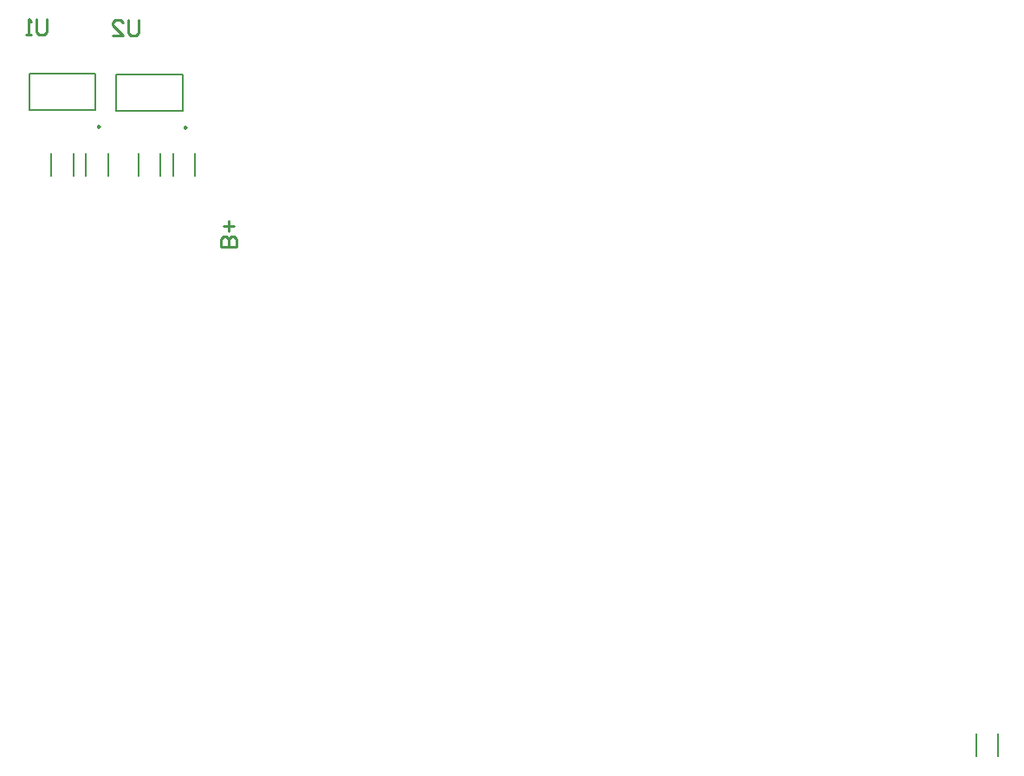
<source format=gbo>
G04*
G04 #@! TF.GenerationSoftware,Altium Limited,Altium Designer,21.1.1 (26)*
G04*
G04 Layer_Color=32896*
%FSLAX25Y25*%
%MOIN*%
G70*
G04*
G04 #@! TF.SameCoordinates,E5C8E51D-CC19-474A-A973-919B29290584*
G04*
G04*
G04 #@! TF.FilePolarity,Positive*
G04*
G01*
G75*
%ADD12C,0.00984*%
%ADD13C,0.01000*%
%ADD14C,0.00787*%
D12*
X-58130Y135039D02*
X-58868Y135466D01*
Y134613D01*
X-58130Y135039D01*
X-24705Y134665D02*
X-25443Y135092D01*
Y134239D01*
X-24705Y134665D01*
D13*
X-11329Y88795D02*
X-5331D01*
Y91794D01*
X-6330Y92794D01*
X-7330D01*
X-8330Y91794D01*
Y88795D01*
Y91794D01*
X-9329Y92794D01*
X-10329D01*
X-11329Y91794D01*
Y88795D01*
X-8330Y94793D02*
Y98792D01*
X-10329Y96793D02*
X-6330D01*
X-43151Y175882D02*
Y170884D01*
X-44151Y169884D01*
X-46150D01*
X-47150Y170884D01*
Y175882D01*
X-53148Y169884D02*
X-49149D01*
X-53148Y173883D01*
Y174883D01*
X-52148Y175882D01*
X-50149D01*
X-49149Y174883D01*
X-78551Y176282D02*
Y171284D01*
X-79551Y170284D01*
X-81550D01*
X-82550Y171284D01*
Y176282D01*
X-84549Y170284D02*
X-86549D01*
X-85549D01*
Y176282D01*
X-84549Y175283D01*
D14*
X287697Y-107480D02*
X287697Y-98819D01*
X279232Y-107480D02*
X279232Y-98819D01*
X-54823Y115945D02*
Y124606D01*
X-63287Y115945D02*
Y124606D01*
X-68209Y115945D02*
Y124606D01*
X-76673Y115945D02*
Y124606D01*
X-59597Y141506D02*
Y155305D01*
X-85207D02*
X-59597D01*
X-85207Y141506D02*
Y155305D01*
Y141506D02*
X-59597D01*
X-34744Y115945D02*
Y124606D01*
X-43209Y115945D02*
Y124606D01*
X-21358Y115945D02*
Y124606D01*
X-29823Y115945D02*
Y124606D01*
X-26171Y141132D02*
Y154931D01*
X-51781D02*
X-26171D01*
X-51781Y141132D02*
Y154931D01*
Y141132D02*
X-26171D01*
M02*

</source>
